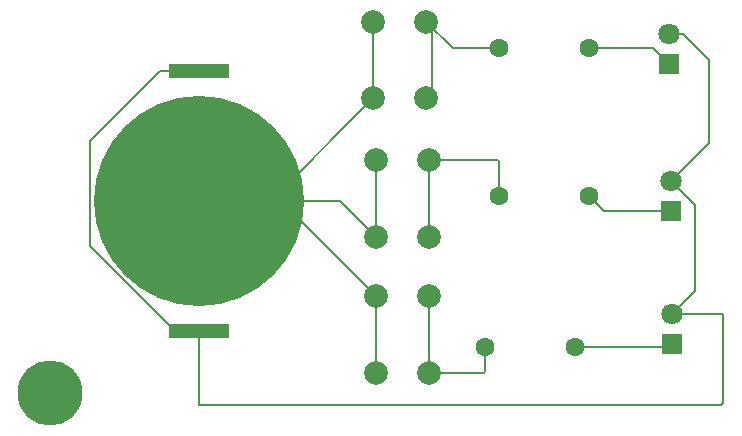
<source format=gtl>
G04 #@! TF.GenerationSoftware,KiCad,Pcbnew,9.0.2*
G04 #@! TF.CreationDate,2025-05-20T18:37:11-06:00*
G04 #@! TF.ProjectId,test_kicad,74657374-5f6b-4696-9361-642e6b696361,rev?*
G04 #@! TF.SameCoordinates,Original*
G04 #@! TF.FileFunction,Copper,L1,Top*
G04 #@! TF.FilePolarity,Positive*
%FSLAX46Y46*%
G04 Gerber Fmt 4.6, Leading zero omitted, Abs format (unit mm)*
G04 Created by KiCad (PCBNEW 9.0.2) date 2025-05-20 18:37:11*
%MOMM*%
%LPD*%
G01*
G04 APERTURE LIST*
G04 #@! TA.AperFunction,ComponentPad*
%ADD10C,1.800000*%
G04 #@! TD*
G04 #@! TA.AperFunction,ComponentPad*
%ADD11R,1.800000X1.800000*%
G04 #@! TD*
G04 #@! TA.AperFunction,SMDPad,CuDef*
%ADD12R,5.080000X1.270000*%
G04 #@! TD*
G04 #@! TA.AperFunction,SMDPad,CuDef*
%ADD13C,17.800000*%
G04 #@! TD*
G04 #@! TA.AperFunction,ComponentPad*
%ADD14C,2.000000*%
G04 #@! TD*
G04 #@! TA.AperFunction,ComponentPad*
%ADD15C,1.600000*%
G04 #@! TD*
G04 #@! TA.AperFunction,ViaPad*
%ADD16C,5.500000*%
G04 #@! TD*
G04 #@! TA.AperFunction,Conductor*
%ADD17C,0.200000*%
G04 #@! TD*
G04 APERTURE END LIST*
D10*
G04 #@! TO.P,D3,2,A*
G04 #@! TO.N,Net-(BT1-+)*
X158080000Y-78510000D03*
D11*
G04 #@! TO.P,D3,1,K*
G04 #@! TO.N,Net-(D3-K)*
X158080000Y-81050000D03*
G04 #@! TD*
G04 #@! TO.P,D1,1,K*
G04 #@! TO.N,Net-(D1-K)*
X157800000Y-57340000D03*
D10*
G04 #@! TO.P,D1,2,A*
G04 #@! TO.N,Net-(BT1-+)*
X157800000Y-54800000D03*
G04 #@! TD*
D12*
G04 #@! TO.P,BT1,1,+*
G04 #@! TO.N,Net-(BT1-+)*
X117983000Y-57950600D03*
X117983000Y-79920600D03*
D13*
G04 #@! TO.P,BT1,2,-*
G04 #@! TO.N,Net-(BT1--)*
X117983000Y-68935600D03*
G04 #@! TD*
D14*
G04 #@! TO.P,SW3,1,1*
G04 #@! TO.N,Net-(BT1--)*
X133000000Y-83500000D03*
X133000000Y-77000000D03*
G04 #@! TO.P,SW3,2,2*
G04 #@! TO.N,Net-(R3-Pad2)*
X137500000Y-83500000D03*
X137500000Y-77000000D03*
G04 #@! TD*
D15*
G04 #@! TO.P,R3,1*
G04 #@! TO.N,Net-(D3-K)*
X149860000Y-81280000D03*
G04 #@! TO.P,R3,2*
G04 #@! TO.N,Net-(R3-Pad2)*
X142240000Y-81280000D03*
G04 #@! TD*
D14*
G04 #@! TO.P,SW2,1,1*
G04 #@! TO.N,Net-(BT1--)*
X133000000Y-72000000D03*
X133000000Y-65500000D03*
G04 #@! TO.P,SW2,2,2*
G04 #@! TO.N,Net-(R2-Pad2)*
X137500000Y-72000000D03*
X137500000Y-65500000D03*
G04 #@! TD*
D15*
G04 #@! TO.P,R1,1*
G04 #@! TO.N,Net-(D1-K)*
X151000000Y-56000000D03*
G04 #@! TO.P,R1,2*
G04 #@! TO.N,Net-(R1-Pad2)*
X143380000Y-56000000D03*
G04 #@! TD*
D11*
G04 #@! TO.P,D2,1,K*
G04 #@! TO.N,Net-(D2-K)*
X158000000Y-69775000D03*
D10*
G04 #@! TO.P,D2,2,A*
G04 #@! TO.N,Net-(BT1-+)*
X158000000Y-67235000D03*
G04 #@! TD*
D15*
G04 #@! TO.P,R2,1*
G04 #@! TO.N,Net-(D2-K)*
X151000000Y-68500000D03*
G04 #@! TO.P,R2,2*
G04 #@! TO.N,Net-(R2-Pad2)*
X143380000Y-68500000D03*
G04 #@! TD*
D14*
G04 #@! TO.P,SW1,1,1*
G04 #@! TO.N,Net-(BT1--)*
X132750000Y-60250000D03*
X132750000Y-53750000D03*
G04 #@! TO.P,SW1,2,2*
G04 #@! TO.N,Net-(R1-Pad2)*
X137250000Y-60250000D03*
X137250000Y-53750000D03*
G04 #@! TD*
D16*
G04 #@! TO.N,*
X105400000Y-85200000D03*
G04 #@! TD*
D17*
G04 #@! TO.N,Net-(BT1--)*
X129935600Y-68935600D02*
X117983000Y-68935600D01*
X133000000Y-72000000D02*
X129935600Y-68935600D01*
X133000000Y-65500000D02*
X133000000Y-72000000D01*
X133000000Y-65461400D02*
X132750000Y-65211400D01*
X133000000Y-65500000D02*
X133000000Y-65461400D01*
X133038600Y-65500000D02*
X133096000Y-65557400D01*
X133000000Y-65500000D02*
X133038600Y-65500000D01*
X124935600Y-68935600D02*
X117983000Y-68935600D01*
X124064400Y-68935600D02*
X117983000Y-68935600D01*
X118699600Y-69652200D02*
X117983000Y-68935600D01*
G04 #@! TO.N,Net-(BT1-+)*
X108782000Y-63887200D02*
X114718600Y-57950600D01*
X114718600Y-57950600D02*
X117983000Y-57950600D01*
X115955821Y-79920600D02*
X108782000Y-72746779D01*
X117983000Y-79920600D02*
X115955821Y-79920600D01*
X108782000Y-72746779D02*
X108782000Y-63887200D01*
X159000000Y-54800000D02*
X157800000Y-54800000D01*
X161200000Y-57000000D02*
X159000000Y-54800000D01*
X161200000Y-64035000D02*
X161200000Y-57000000D01*
X158000000Y-67235000D02*
X161200000Y-64035000D01*
G04 #@! TO.N,Net-(D1-K)*
X156460000Y-56000000D02*
X157800000Y-57340000D01*
X151000000Y-56000000D02*
X156460000Y-56000000D01*
G04 #@! TO.N,Net-(BT1-+)*
X162310000Y-78510000D02*
X158080000Y-78510000D01*
X162400000Y-86000000D02*
X162400000Y-78600000D01*
X162200000Y-86200000D02*
X162400000Y-86000000D01*
X118000000Y-86200000D02*
X162200000Y-86200000D01*
X118000000Y-80485000D02*
X118000000Y-86200000D01*
X162400000Y-78600000D02*
X162310000Y-78510000D01*
G04 #@! TO.N,Net-(R3-Pad2)*
X142100000Y-83500000D02*
X137500000Y-83500000D01*
X142240000Y-83360000D02*
X142100000Y-83500000D01*
X142240000Y-81280000D02*
X142240000Y-83360000D01*
G04 #@! TO.N,Net-(R2-Pad2)*
X143300000Y-65500000D02*
X137500000Y-65500000D01*
X143380000Y-65620000D02*
X143400000Y-65600000D01*
X143380000Y-68500000D02*
X143380000Y-65620000D01*
X143400000Y-65600000D02*
X143300000Y-65500000D01*
G04 #@! TO.N,Net-(BT1-+)*
X160020000Y-76570000D02*
X160020000Y-69255000D01*
X158080000Y-78510000D02*
X160020000Y-76570000D01*
G04 #@! TO.N,Net-(D3-K)*
X149860000Y-81280000D02*
X157850000Y-81280000D01*
X157850000Y-81280000D02*
X158080000Y-81050000D01*
G04 #@! TO.N,Net-(BT1-+)*
X160020000Y-69255000D02*
X158000000Y-67235000D01*
G04 #@! TO.N,Net-(R1-Pad2)*
X139500000Y-56000000D02*
X143380000Y-56000000D01*
X137250000Y-53750000D02*
X139500000Y-56000000D01*
G04 #@! TO.N,Net-(BT1--)*
X132750000Y-53750000D02*
X132750000Y-60250000D01*
X133000000Y-60500000D02*
X132750000Y-60250000D01*
G04 #@! TO.N,Net-(D2-K)*
X152275000Y-69775000D02*
X151000000Y-68500000D01*
X158000000Y-69775000D02*
X152275000Y-69775000D01*
G04 #@! TO.N,Net-(BT1-+)*
X157520000Y-78780000D02*
X157680000Y-78780000D01*
X157480000Y-78740000D02*
X157520000Y-78780000D01*
G04 #@! TO.N,Net-(BT1--)*
X133000000Y-83500000D02*
X133000000Y-77000000D01*
G04 #@! TO.N,Net-(R3-Pad2)*
X137500000Y-77000000D02*
X137500000Y-83500000D01*
G04 #@! TO.N,Net-(D1-K)*
X151000000Y-56000000D02*
X151000000Y-56310000D01*
G04 #@! TO.N,Net-(R2-Pad2)*
X137500000Y-72000000D02*
X137500000Y-65500000D01*
G04 #@! TO.N,Net-(R1-Pad2)*
X142880000Y-56500000D02*
X143380000Y-56000000D01*
X137750000Y-53250000D02*
X137750000Y-59750000D01*
G04 #@! TO.N,Net-(BT1--)*
X133000000Y-77000000D02*
X124935600Y-68935600D01*
X132750000Y-60250000D02*
X124064400Y-68935600D01*
G04 #@! TD*
M02*

</source>
